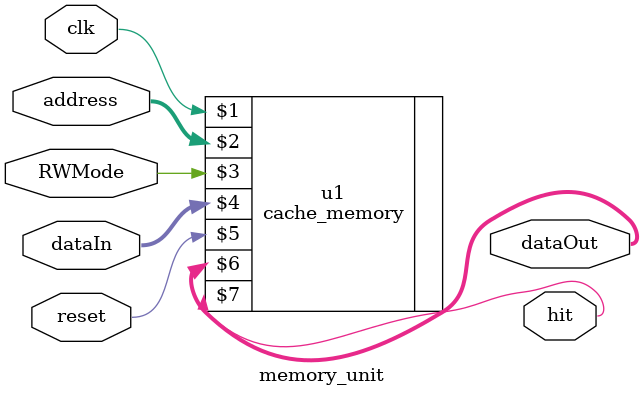
<source format=v>
`timescale 1ns / 1ps


module memory_unit(
    input clk,
    input [31:0] address,
    input RWMode,
    input reset,
    input [31:0] dataIn,
    output [31:0] dataOut,
    output hit
    );
    
    cache_memory u1(clk,address,RWMode,dataIn,reset,dataOut,hit);
endmodule
</source>
